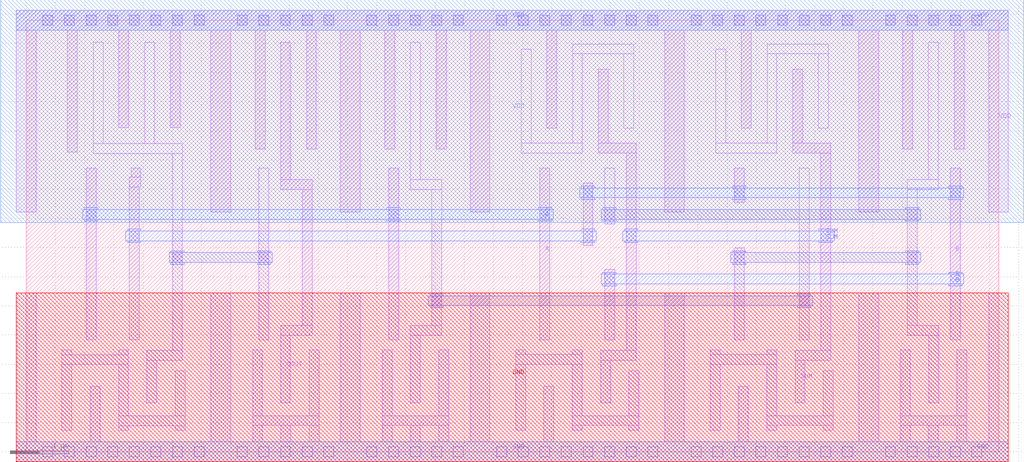
<source format=lef>
VERSION 5.7 ;
  NOWIREEXTENSIONATPIN ON ;
  DIVIDERCHAR "/" ;
  BUSBITCHARS "[]" ;
MACRO HA
  CLASS CORE ;
  FOREIGN HA ;
  ORIGIN 0.000 0.000 ;
  SIZE 16.650 BY 7.400 ;
  SYMMETRY X Y R90 ;
  SITE unitrh ;
  PIN SUM
    DIRECTION OUTPUT ;
    USE SIGNAL ;
    ANTENNADIFFAREA 1.543800 ;
    PORT
      LAYER li1 ;
        RECT 9.795 5.290 9.965 6.560 ;
        RECT 13.125 5.290 13.295 6.560 ;
        RECT 9.795 5.120 10.445 5.290 ;
        RECT 13.125 5.120 13.775 5.290 ;
        RECT 10.275 1.740 10.445 5.120 ;
        RECT 13.605 1.740 13.775 5.120 ;
        RECT 9.835 1.570 10.445 1.740 ;
        RECT 13.165 1.570 13.775 1.740 ;
        RECT 9.835 0.840 10.005 1.570 ;
        RECT 13.165 0.840 13.335 1.570 ;
      LAYER mcon ;
        RECT 10.275 3.615 10.445 3.785 ;
        RECT 13.605 3.615 13.775 3.785 ;
      LAYER met1 ;
        RECT 10.245 3.785 10.475 3.815 ;
        RECT 13.575 3.785 13.805 3.815 ;
        RECT 10.215 3.615 13.835 3.785 ;
        RECT 10.245 3.585 10.475 3.615 ;
        RECT 13.575 3.585 13.805 3.615 ;
    END
  END SUM
  PIN COUT
    DIRECTION OUTPUT ;
    USE SIGNAL ;
    ANTENNADIFFAREA 0.771900 ;
    PORT
      LAYER li1 ;
        RECT 4.360 4.665 4.530 7.020 ;
        RECT 4.360 4.495 4.895 4.665 ;
        RECT 4.725 2.165 4.895 4.495 ;
        RECT 4.355 1.995 4.895 2.165 ;
        RECT 4.355 0.840 4.525 1.995 ;
    END
  END COUT
  PIN A
    DIRECTION INPUT ;
    USE SIGNAL ;
    ANTENNAGATEAREA 3.093750 ;
    PORT
      LAYER li1 ;
        RECT 1.025 1.915 1.195 4.865 ;
        RECT 6.205 1.920 6.375 4.865 ;
        RECT 8.795 1.920 8.965 4.865 ;
      LAYER mcon ;
        RECT 1.025 3.985 1.195 4.155 ;
        RECT 6.205 3.985 6.375 4.155 ;
        RECT 8.795 3.985 8.965 4.155 ;
      LAYER met1 ;
        RECT 0.995 4.155 1.225 4.185 ;
        RECT 6.175 4.155 6.405 4.185 ;
        RECT 8.765 4.155 8.995 4.185 ;
        RECT 0.965 3.985 9.025 4.155 ;
        RECT 0.995 3.955 1.225 3.985 ;
        RECT 6.175 3.955 6.405 3.985 ;
        RECT 8.765 3.955 8.995 3.985 ;
    END
  END A
  PIN B
    DIRECTION INPUT ;
    USE SIGNAL ;
    ANTENNAGATEAREA 3.081750 ;
    PORT
      LAYER li1 ;
        RECT 1.795 4.710 1.965 4.865 ;
        RECT 1.765 4.535 1.965 4.710 ;
        RECT 1.765 1.915 1.935 4.535 ;
        RECT 9.535 3.535 9.705 4.605 ;
        RECT 12.125 4.275 12.295 4.865 ;
        RECT 9.905 1.920 10.075 3.125 ;
        RECT 15.825 1.920 15.995 4.865 ;
      LAYER mcon ;
        RECT 1.765 3.615 1.935 3.785 ;
        RECT 9.535 4.355 9.705 4.525 ;
        RECT 12.125 4.355 12.295 4.525 ;
        RECT 15.825 4.355 15.995 4.525 ;
        RECT 9.535 3.615 9.705 3.785 ;
        RECT 9.905 2.875 10.075 3.045 ;
        RECT 15.825 2.875 15.995 3.045 ;
      LAYER met1 ;
        RECT 9.505 4.525 9.735 4.555 ;
        RECT 12.095 4.525 12.325 4.555 ;
        RECT 15.795 4.525 16.025 4.555 ;
        RECT 9.475 4.355 16.055 4.525 ;
        RECT 9.505 4.325 9.735 4.355 ;
        RECT 12.095 4.325 12.325 4.355 ;
        RECT 15.795 4.325 16.025 4.355 ;
        RECT 1.735 3.785 1.965 3.815 ;
        RECT 9.505 3.785 9.735 3.815 ;
        RECT 1.705 3.615 9.765 3.785 ;
        RECT 1.735 3.585 1.965 3.615 ;
        RECT 9.505 3.585 9.735 3.615 ;
        RECT 9.875 3.045 10.105 3.075 ;
        RECT 15.795 3.045 16.025 3.075 ;
        RECT 9.845 2.875 16.055 3.045 ;
        RECT 9.875 2.845 10.105 2.875 ;
        RECT 15.795 2.845 16.025 2.875 ;
    END
  END B
  PIN VDD
    DIRECTION INOUT ;
    USE POWER ;
    SHAPE ABUTMENT ;
    PORT
      LAYER nwell ;
        RECT -0.435 3.930 17.085 7.750 ;
      LAYER li1 ;
        RECT -0.170 7.230 16.820 7.570 ;
        RECT -0.170 4.110 0.170 7.230 ;
        RECT 0.705 5.135 0.875 7.230 ;
        RECT 1.585 5.555 1.755 7.230 ;
        RECT 2.465 5.555 2.635 7.230 ;
        RECT 3.160 4.110 3.500 7.230 ;
        RECT 3.920 5.185 4.090 7.230 ;
        RECT 4.800 5.185 4.970 7.230 ;
        RECT 5.380 4.110 5.720 7.230 ;
        RECT 6.140 5.185 6.310 7.230 ;
        RECT 7.020 5.185 7.190 7.230 ;
        RECT 7.600 4.110 7.940 7.230 ;
        RECT 8.915 5.550 9.085 7.230 ;
        RECT 10.930 4.110 11.270 7.230 ;
        RECT 12.245 5.550 12.415 7.230 ;
        RECT 14.260 4.110 14.600 7.230 ;
        RECT 15.010 5.185 15.180 7.230 ;
        RECT 15.890 5.185 16.060 7.230 ;
        RECT 16.480 4.110 16.820 7.230 ;
      LAYER mcon ;
        RECT 0.285 7.315 0.455 7.485 ;
        RECT 0.655 7.315 0.825 7.485 ;
        RECT 1.025 7.315 1.195 7.485 ;
        RECT 1.395 7.315 1.565 7.485 ;
        RECT 1.765 7.315 1.935 7.485 ;
        RECT 2.135 7.315 2.305 7.485 ;
        RECT 2.505 7.315 2.675 7.485 ;
        RECT 2.875 7.315 3.045 7.485 ;
        RECT 3.615 7.315 3.785 7.485 ;
        RECT 3.985 7.315 4.155 7.485 ;
        RECT 4.355 7.315 4.525 7.485 ;
        RECT 4.725 7.315 4.895 7.485 ;
        RECT 5.095 7.315 5.265 7.485 ;
        RECT 5.835 7.315 6.005 7.485 ;
        RECT 6.205 7.315 6.375 7.485 ;
        RECT 6.575 7.315 6.745 7.485 ;
        RECT 6.945 7.315 7.115 7.485 ;
        RECT 7.315 7.315 7.485 7.485 ;
        RECT 8.055 7.315 8.225 7.485 ;
        RECT 8.425 7.315 8.595 7.485 ;
        RECT 8.795 7.315 8.965 7.485 ;
        RECT 9.165 7.315 9.335 7.485 ;
        RECT 9.535 7.315 9.705 7.485 ;
        RECT 9.905 7.315 10.075 7.485 ;
        RECT 10.275 7.315 10.445 7.485 ;
        RECT 10.645 7.315 10.815 7.485 ;
        RECT 11.385 7.315 11.555 7.485 ;
        RECT 11.755 7.315 11.925 7.485 ;
        RECT 12.125 7.315 12.295 7.485 ;
        RECT 12.495 7.315 12.665 7.485 ;
        RECT 12.865 7.315 13.035 7.485 ;
        RECT 13.235 7.315 13.405 7.485 ;
        RECT 13.605 7.315 13.775 7.485 ;
        RECT 13.975 7.315 14.145 7.485 ;
        RECT 14.715 7.315 14.885 7.485 ;
        RECT 15.085 7.315 15.255 7.485 ;
        RECT 15.455 7.315 15.625 7.485 ;
        RECT 15.825 7.315 15.995 7.485 ;
        RECT 16.195 7.315 16.365 7.485 ;
      LAYER met1 ;
        RECT -0.170 7.230 16.820 7.570 ;
    END
  END VDD
  PIN GND
    DIRECTION INOUT ;
    USE GROUND ;
    SHAPE ABUTMENT ;
    PORT
      LAYER pwell ;
        RECT -0.170 -0.170 16.820 2.720 ;
      LAYER li1 ;
        RECT -0.170 0.170 0.170 2.720 ;
        RECT 1.095 0.170 1.265 1.120 ;
        RECT 3.160 0.170 3.500 2.720 ;
        RECT 3.875 0.620 4.045 1.750 ;
        RECT 4.845 0.620 5.015 1.750 ;
        RECT 3.875 0.450 5.015 0.620 ;
        RECT 3.875 0.170 4.045 0.450 ;
        RECT 4.360 0.170 4.530 0.450 ;
        RECT 4.845 0.170 5.015 0.450 ;
        RECT 5.380 0.170 5.720 2.720 ;
        RECT 6.095 0.620 6.265 1.750 ;
        RECT 7.065 0.620 7.235 1.750 ;
        RECT 6.095 0.450 7.235 0.620 ;
        RECT 6.095 0.170 6.265 0.450 ;
        RECT 6.580 0.170 6.750 0.450 ;
        RECT 7.065 0.170 7.235 0.450 ;
        RECT 7.600 0.170 7.940 2.720 ;
        RECT 8.865 0.170 9.035 1.125 ;
        RECT 10.930 0.170 11.270 2.720 ;
        RECT 12.195 0.170 12.365 1.125 ;
        RECT 14.260 0.170 14.600 2.720 ;
        RECT 14.965 0.620 15.135 1.750 ;
        RECT 15.935 0.620 16.105 1.750 ;
        RECT 14.965 0.450 16.105 0.620 ;
        RECT 14.965 0.170 15.135 0.450 ;
        RECT 15.450 0.170 15.620 0.450 ;
        RECT 15.935 0.170 16.105 0.450 ;
        RECT 16.480 0.170 16.820 2.720 ;
        RECT -0.170 -0.170 16.820 0.170 ;
      LAYER mcon ;
        RECT 0.285 -0.085 0.455 0.085 ;
        RECT 0.655 -0.085 0.825 0.085 ;
        RECT 1.025 -0.085 1.195 0.085 ;
        RECT 1.395 -0.085 1.565 0.085 ;
        RECT 1.765 -0.085 1.935 0.085 ;
        RECT 2.135 -0.085 2.305 0.085 ;
        RECT 2.505 -0.085 2.675 0.085 ;
        RECT 2.875 -0.085 3.045 0.085 ;
        RECT 3.615 -0.085 3.785 0.085 ;
        RECT 3.985 -0.085 4.155 0.085 ;
        RECT 4.355 -0.085 4.525 0.085 ;
        RECT 4.725 -0.085 4.895 0.085 ;
        RECT 5.095 -0.085 5.265 0.085 ;
        RECT 5.835 -0.085 6.005 0.085 ;
        RECT 6.205 -0.085 6.375 0.085 ;
        RECT 6.575 -0.085 6.745 0.085 ;
        RECT 6.945 -0.085 7.115 0.085 ;
        RECT 7.315 -0.085 7.485 0.085 ;
        RECT 8.055 -0.085 8.225 0.085 ;
        RECT 8.425 -0.085 8.595 0.085 ;
        RECT 8.795 -0.085 8.965 0.085 ;
        RECT 9.165 -0.085 9.335 0.085 ;
        RECT 9.535 -0.085 9.705 0.085 ;
        RECT 9.905 -0.085 10.075 0.085 ;
        RECT 10.275 -0.085 10.445 0.085 ;
        RECT 10.645 -0.085 10.815 0.085 ;
        RECT 11.385 -0.085 11.555 0.085 ;
        RECT 11.755 -0.085 11.925 0.085 ;
        RECT 12.125 -0.085 12.295 0.085 ;
        RECT 12.495 -0.085 12.665 0.085 ;
        RECT 12.865 -0.085 13.035 0.085 ;
        RECT 13.235 -0.085 13.405 0.085 ;
        RECT 13.605 -0.085 13.775 0.085 ;
        RECT 13.975 -0.085 14.145 0.085 ;
        RECT 14.715 -0.085 14.885 0.085 ;
        RECT 15.085 -0.085 15.255 0.085 ;
        RECT 15.455 -0.085 15.625 0.085 ;
        RECT 15.825 -0.085 15.995 0.085 ;
        RECT 16.195 -0.085 16.365 0.085 ;
      LAYER met1 ;
        RECT -0.170 -0.170 16.820 0.170 ;
    END
  END GND
  OBS
      LAYER li1 ;
        RECT 1.145 5.285 1.315 7.020 ;
        RECT 2.025 5.285 2.195 7.020 ;
        RECT 1.145 5.115 2.675 5.285 ;
        RECT 0.610 1.665 0.780 1.745 ;
        RECT 1.580 1.665 1.750 1.745 ;
        RECT 2.505 1.740 2.675 5.115 ;
        RECT 3.985 1.920 4.155 4.865 ;
        RECT 6.580 4.665 6.750 7.020 ;
        RECT 8.475 5.290 8.645 6.900 ;
        RECT 9.355 6.820 10.405 6.990 ;
        RECT 9.355 5.290 9.525 6.820 ;
        RECT 10.235 5.550 10.405 6.820 ;
        RECT 8.475 5.120 9.525 5.290 ;
        RECT 11.805 5.290 11.975 6.900 ;
        RECT 12.685 6.820 13.735 6.990 ;
        RECT 12.685 5.290 12.855 6.820 ;
        RECT 13.565 5.550 13.735 6.820 ;
        RECT 11.805 5.120 12.855 5.290 ;
        RECT 6.580 4.495 7.115 4.665 ;
        RECT 6.945 2.165 7.115 4.495 ;
        RECT 9.905 3.905 10.075 4.865 ;
        RECT 6.575 1.995 7.115 2.165 ;
        RECT 0.610 1.495 1.750 1.665 ;
        RECT 0.610 0.365 0.780 1.495 ;
        RECT 1.580 0.615 1.750 1.495 ;
        RECT 2.065 1.570 2.675 1.740 ;
        RECT 2.065 0.835 2.235 1.570 ;
        RECT 2.550 0.615 2.720 1.385 ;
        RECT 6.575 0.840 6.745 1.995 ;
        RECT 12.125 1.920 12.295 3.495 ;
        RECT 13.235 1.920 13.405 4.865 ;
        RECT 15.450 4.665 15.620 7.020 ;
        RECT 15.085 4.495 15.620 4.665 ;
        RECT 15.085 2.165 15.255 4.495 ;
        RECT 15.085 1.995 15.625 2.165 ;
        RECT 8.380 1.670 8.550 1.750 ;
        RECT 9.350 1.670 9.520 1.750 ;
        RECT 8.380 1.500 9.520 1.670 ;
        RECT 1.580 0.445 2.720 0.615 ;
        RECT 1.580 0.365 1.750 0.445 ;
        RECT 2.550 0.365 2.720 0.445 ;
        RECT 8.380 0.370 8.550 1.500 ;
        RECT 9.350 0.620 9.520 1.500 ;
        RECT 11.710 1.670 11.880 1.750 ;
        RECT 12.680 1.670 12.850 1.750 ;
        RECT 11.710 1.500 12.850 1.670 ;
        RECT 10.320 0.620 10.490 1.390 ;
        RECT 9.350 0.450 10.490 0.620 ;
        RECT 9.350 0.370 9.520 0.450 ;
        RECT 10.320 0.370 10.490 0.450 ;
        RECT 11.710 0.370 11.880 1.500 ;
        RECT 12.680 0.620 12.850 1.500 ;
        RECT 13.650 0.620 13.820 1.390 ;
        RECT 15.455 0.840 15.625 1.995 ;
        RECT 12.680 0.450 13.820 0.620 ;
        RECT 12.680 0.370 12.850 0.450 ;
        RECT 13.650 0.370 13.820 0.450 ;
      LAYER mcon ;
        RECT 2.505 3.245 2.675 3.415 ;
        RECT 3.985 3.245 4.155 3.415 ;
        RECT 9.905 3.985 10.075 4.155 ;
        RECT 6.945 2.505 7.115 2.675 ;
        RECT 12.125 3.245 12.295 3.415 ;
        RECT 13.235 2.505 13.405 2.675 ;
        RECT 15.085 3.985 15.255 4.155 ;
        RECT 15.085 3.245 15.255 3.415 ;
      LAYER met1 ;
        RECT 9.875 4.155 10.105 4.185 ;
        RECT 15.055 4.155 15.285 4.185 ;
        RECT 9.845 3.985 15.315 4.155 ;
        RECT 9.875 3.955 10.105 3.985 ;
        RECT 15.055 3.955 15.285 3.985 ;
        RECT 2.475 3.415 2.705 3.445 ;
        RECT 3.955 3.415 4.185 3.445 ;
        RECT 12.095 3.415 12.325 3.445 ;
        RECT 15.055 3.415 15.285 3.445 ;
        RECT 2.445 3.245 4.215 3.415 ;
        RECT 12.065 3.245 15.315 3.415 ;
        RECT 2.475 3.215 2.705 3.245 ;
        RECT 3.955 3.215 4.185 3.245 ;
        RECT 12.095 3.215 12.325 3.245 ;
        RECT 15.055 3.215 15.285 3.245 ;
        RECT 6.915 2.675 7.145 2.705 ;
        RECT 13.205 2.675 13.435 2.705 ;
        RECT 6.885 2.505 13.465 2.675 ;
        RECT 6.915 2.475 7.145 2.505 ;
        RECT 13.205 2.475 13.435 2.505 ;
  END
END HA
END LIBRARY


</source>
